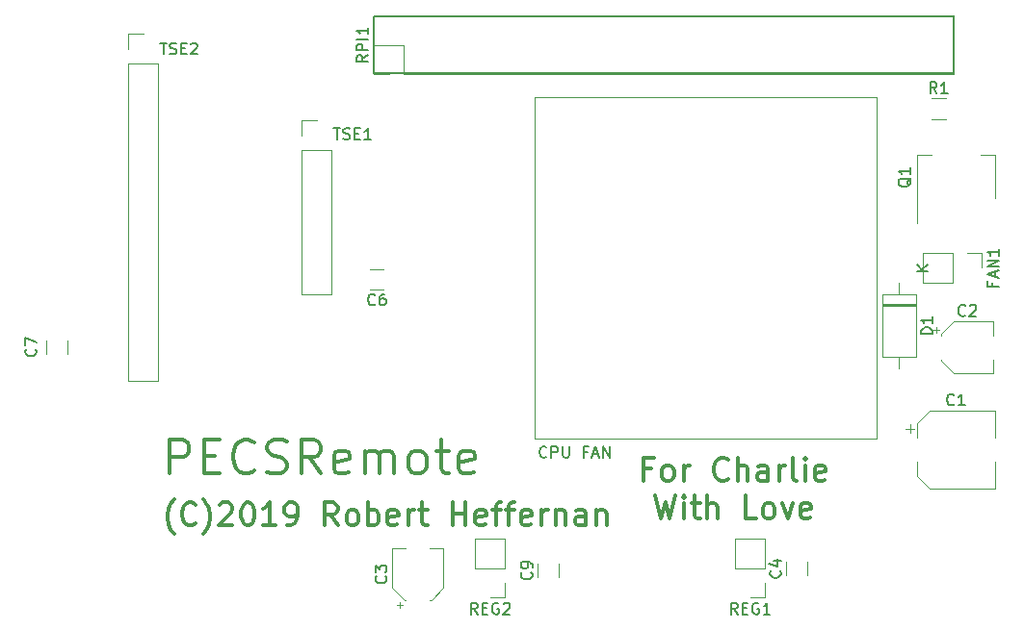
<source format=gto>
G04 #@! TF.GenerationSoftware,KiCad,Pcbnew,(5.1.2)-2*
G04 #@! TF.CreationDate,2019-09-19T18:24:33+10:00*
G04 #@! TF.ProjectId,PecsRemoteHat.lib,50656373-5265-46d6-9f74-654861742e6c,rev?*
G04 #@! TF.SameCoordinates,Original*
G04 #@! TF.FileFunction,Legend,Top*
G04 #@! TF.FilePolarity,Positive*
%FSLAX46Y46*%
G04 Gerber Fmt 4.6, Leading zero omitted, Abs format (unit mm)*
G04 Created by KiCad (PCBNEW (5.1.2)-2) date 2019-09-19 18:24:33*
%MOMM*%
%LPD*%
G04 APERTURE LIST*
%ADD10C,0.325000*%
%ADD11C,0.150000*%
%ADD12C,0.120000*%
%ADD13C,0.200000*%
G04 APERTURE END LIST*
D10*
X113214285Y-129694642D02*
X112547619Y-129694642D01*
X112547619Y-130742261D02*
X112547619Y-128742261D01*
X113500000Y-128742261D01*
X114547619Y-130742261D02*
X114357142Y-130647023D01*
X114261904Y-130551785D01*
X114166666Y-130361309D01*
X114166666Y-129789880D01*
X114261904Y-129599404D01*
X114357142Y-129504166D01*
X114547619Y-129408928D01*
X114833333Y-129408928D01*
X115023809Y-129504166D01*
X115119047Y-129599404D01*
X115214285Y-129789880D01*
X115214285Y-130361309D01*
X115119047Y-130551785D01*
X115023809Y-130647023D01*
X114833333Y-130742261D01*
X114547619Y-130742261D01*
X116071428Y-130742261D02*
X116071428Y-129408928D01*
X116071428Y-129789880D02*
X116166666Y-129599404D01*
X116261904Y-129504166D01*
X116452380Y-129408928D01*
X116642857Y-129408928D01*
X119976190Y-130551785D02*
X119880952Y-130647023D01*
X119595238Y-130742261D01*
X119404761Y-130742261D01*
X119119047Y-130647023D01*
X118928571Y-130456547D01*
X118833333Y-130266071D01*
X118738095Y-129885119D01*
X118738095Y-129599404D01*
X118833333Y-129218452D01*
X118928571Y-129027976D01*
X119119047Y-128837500D01*
X119404761Y-128742261D01*
X119595238Y-128742261D01*
X119880952Y-128837500D01*
X119976190Y-128932738D01*
X120833333Y-130742261D02*
X120833333Y-128742261D01*
X121690476Y-130742261D02*
X121690476Y-129694642D01*
X121595238Y-129504166D01*
X121404761Y-129408928D01*
X121119047Y-129408928D01*
X120928571Y-129504166D01*
X120833333Y-129599404D01*
X123500000Y-130742261D02*
X123500000Y-129694642D01*
X123404761Y-129504166D01*
X123214285Y-129408928D01*
X122833333Y-129408928D01*
X122642857Y-129504166D01*
X123500000Y-130647023D02*
X123309523Y-130742261D01*
X122833333Y-130742261D01*
X122642857Y-130647023D01*
X122547619Y-130456547D01*
X122547619Y-130266071D01*
X122642857Y-130075595D01*
X122833333Y-129980357D01*
X123309523Y-129980357D01*
X123500000Y-129885119D01*
X124452380Y-130742261D02*
X124452380Y-129408928D01*
X124452380Y-129789880D02*
X124547619Y-129599404D01*
X124642857Y-129504166D01*
X124833333Y-129408928D01*
X125023809Y-129408928D01*
X125976190Y-130742261D02*
X125785714Y-130647023D01*
X125690476Y-130456547D01*
X125690476Y-128742261D01*
X126738095Y-130742261D02*
X126738095Y-129408928D01*
X126738095Y-128742261D02*
X126642857Y-128837500D01*
X126738095Y-128932738D01*
X126833333Y-128837500D01*
X126738095Y-128742261D01*
X126738095Y-128932738D01*
X128452380Y-130647023D02*
X128261904Y-130742261D01*
X127880952Y-130742261D01*
X127690476Y-130647023D01*
X127595238Y-130456547D01*
X127595238Y-129694642D01*
X127690476Y-129504166D01*
X127880952Y-129408928D01*
X128261904Y-129408928D01*
X128452380Y-129504166D01*
X128547619Y-129694642D01*
X128547619Y-129885119D01*
X127595238Y-130075595D01*
X113595238Y-132067261D02*
X114071428Y-134067261D01*
X114452380Y-132638690D01*
X114833333Y-134067261D01*
X115309523Y-132067261D01*
X116071428Y-134067261D02*
X116071428Y-132733928D01*
X116071428Y-132067261D02*
X115976190Y-132162500D01*
X116071428Y-132257738D01*
X116166666Y-132162500D01*
X116071428Y-132067261D01*
X116071428Y-132257738D01*
X116738095Y-132733928D02*
X117500000Y-132733928D01*
X117023809Y-132067261D02*
X117023809Y-133781547D01*
X117119047Y-133972023D01*
X117309523Y-134067261D01*
X117500000Y-134067261D01*
X118166666Y-134067261D02*
X118166666Y-132067261D01*
X119023809Y-134067261D02*
X119023809Y-133019642D01*
X118928571Y-132829166D01*
X118738095Y-132733928D01*
X118452380Y-132733928D01*
X118261904Y-132829166D01*
X118166666Y-132924404D01*
X122452380Y-134067261D02*
X121500000Y-134067261D01*
X121500000Y-132067261D01*
X123404761Y-134067261D02*
X123214285Y-133972023D01*
X123119047Y-133876785D01*
X123023809Y-133686309D01*
X123023809Y-133114880D01*
X123119047Y-132924404D01*
X123214285Y-132829166D01*
X123404761Y-132733928D01*
X123690476Y-132733928D01*
X123880952Y-132829166D01*
X123976190Y-132924404D01*
X124071428Y-133114880D01*
X124071428Y-133686309D01*
X123976190Y-133876785D01*
X123880952Y-133972023D01*
X123690476Y-134067261D01*
X123404761Y-134067261D01*
X124738095Y-132733928D02*
X125214285Y-134067261D01*
X125690476Y-132733928D01*
X127214285Y-133972023D02*
X127023809Y-134067261D01*
X126642857Y-134067261D01*
X126452380Y-133972023D01*
X126357142Y-133781547D01*
X126357142Y-133019642D01*
X126452380Y-132829166D01*
X126642857Y-132733928D01*
X127023809Y-132733928D01*
X127214285Y-132829166D01*
X127309523Y-133019642D01*
X127309523Y-133210119D01*
X126357142Y-133400595D01*
X71285714Y-135416666D02*
X71190476Y-135321428D01*
X71000000Y-135035714D01*
X70904761Y-134845238D01*
X70809523Y-134559523D01*
X70714285Y-134083333D01*
X70714285Y-133702380D01*
X70809523Y-133226190D01*
X70904761Y-132940476D01*
X71000000Y-132750000D01*
X71190476Y-132464285D01*
X71285714Y-132369047D01*
X73190476Y-134464285D02*
X73095238Y-134559523D01*
X72809523Y-134654761D01*
X72619047Y-134654761D01*
X72333333Y-134559523D01*
X72142857Y-134369047D01*
X72047619Y-134178571D01*
X71952380Y-133797619D01*
X71952380Y-133511904D01*
X72047619Y-133130952D01*
X72142857Y-132940476D01*
X72333333Y-132750000D01*
X72619047Y-132654761D01*
X72809523Y-132654761D01*
X73095238Y-132750000D01*
X73190476Y-132845238D01*
X73857142Y-135416666D02*
X73952380Y-135321428D01*
X74142857Y-135035714D01*
X74238095Y-134845238D01*
X74333333Y-134559523D01*
X74428571Y-134083333D01*
X74428571Y-133702380D01*
X74333333Y-133226190D01*
X74238095Y-132940476D01*
X74142857Y-132750000D01*
X73952380Y-132464285D01*
X73857142Y-132369047D01*
X75285714Y-132845238D02*
X75380952Y-132750000D01*
X75571428Y-132654761D01*
X76047619Y-132654761D01*
X76238095Y-132750000D01*
X76333333Y-132845238D01*
X76428571Y-133035714D01*
X76428571Y-133226190D01*
X76333333Y-133511904D01*
X75190476Y-134654761D01*
X76428571Y-134654761D01*
X77666666Y-132654761D02*
X77857142Y-132654761D01*
X78047619Y-132750000D01*
X78142857Y-132845238D01*
X78238095Y-133035714D01*
X78333333Y-133416666D01*
X78333333Y-133892857D01*
X78238095Y-134273809D01*
X78142857Y-134464285D01*
X78047619Y-134559523D01*
X77857142Y-134654761D01*
X77666666Y-134654761D01*
X77476190Y-134559523D01*
X77380952Y-134464285D01*
X77285714Y-134273809D01*
X77190476Y-133892857D01*
X77190476Y-133416666D01*
X77285714Y-133035714D01*
X77380952Y-132845238D01*
X77476190Y-132750000D01*
X77666666Y-132654761D01*
X80238095Y-134654761D02*
X79095238Y-134654761D01*
X79666666Y-134654761D02*
X79666666Y-132654761D01*
X79476190Y-132940476D01*
X79285714Y-133130952D01*
X79095238Y-133226190D01*
X81190476Y-134654761D02*
X81571428Y-134654761D01*
X81761904Y-134559523D01*
X81857142Y-134464285D01*
X82047619Y-134178571D01*
X82142857Y-133797619D01*
X82142857Y-133035714D01*
X82047619Y-132845238D01*
X81952380Y-132750000D01*
X81761904Y-132654761D01*
X81380952Y-132654761D01*
X81190476Y-132750000D01*
X81095238Y-132845238D01*
X81000000Y-133035714D01*
X81000000Y-133511904D01*
X81095238Y-133702380D01*
X81190476Y-133797619D01*
X81380952Y-133892857D01*
X81761904Y-133892857D01*
X81952380Y-133797619D01*
X82047619Y-133702380D01*
X82142857Y-133511904D01*
X85666666Y-134654761D02*
X85000000Y-133702380D01*
X84523809Y-134654761D02*
X84523809Y-132654761D01*
X85285714Y-132654761D01*
X85476190Y-132750000D01*
X85571428Y-132845238D01*
X85666666Y-133035714D01*
X85666666Y-133321428D01*
X85571428Y-133511904D01*
X85476190Y-133607142D01*
X85285714Y-133702380D01*
X84523809Y-133702380D01*
X86809523Y-134654761D02*
X86619047Y-134559523D01*
X86523809Y-134464285D01*
X86428571Y-134273809D01*
X86428571Y-133702380D01*
X86523809Y-133511904D01*
X86619047Y-133416666D01*
X86809523Y-133321428D01*
X87095238Y-133321428D01*
X87285714Y-133416666D01*
X87380952Y-133511904D01*
X87476190Y-133702380D01*
X87476190Y-134273809D01*
X87380952Y-134464285D01*
X87285714Y-134559523D01*
X87095238Y-134654761D01*
X86809523Y-134654761D01*
X88333333Y-134654761D02*
X88333333Y-132654761D01*
X88333333Y-133416666D02*
X88523809Y-133321428D01*
X88904761Y-133321428D01*
X89095238Y-133416666D01*
X89190476Y-133511904D01*
X89285714Y-133702380D01*
X89285714Y-134273809D01*
X89190476Y-134464285D01*
X89095238Y-134559523D01*
X88904761Y-134654761D01*
X88523809Y-134654761D01*
X88333333Y-134559523D01*
X90904761Y-134559523D02*
X90714285Y-134654761D01*
X90333333Y-134654761D01*
X90142857Y-134559523D01*
X90047619Y-134369047D01*
X90047619Y-133607142D01*
X90142857Y-133416666D01*
X90333333Y-133321428D01*
X90714285Y-133321428D01*
X90904761Y-133416666D01*
X91000000Y-133607142D01*
X91000000Y-133797619D01*
X90047619Y-133988095D01*
X91857142Y-134654761D02*
X91857142Y-133321428D01*
X91857142Y-133702380D02*
X91952380Y-133511904D01*
X92047619Y-133416666D01*
X92238095Y-133321428D01*
X92428571Y-133321428D01*
X92809523Y-133321428D02*
X93571428Y-133321428D01*
X93095238Y-132654761D02*
X93095238Y-134369047D01*
X93190476Y-134559523D01*
X93380952Y-134654761D01*
X93571428Y-134654761D01*
X95761904Y-134654761D02*
X95761904Y-132654761D01*
X95761904Y-133607142D02*
X96904761Y-133607142D01*
X96904761Y-134654761D02*
X96904761Y-132654761D01*
X98619047Y-134559523D02*
X98428571Y-134654761D01*
X98047619Y-134654761D01*
X97857142Y-134559523D01*
X97761904Y-134369047D01*
X97761904Y-133607142D01*
X97857142Y-133416666D01*
X98047619Y-133321428D01*
X98428571Y-133321428D01*
X98619047Y-133416666D01*
X98714285Y-133607142D01*
X98714285Y-133797619D01*
X97761904Y-133988095D01*
X99285714Y-133321428D02*
X100047619Y-133321428D01*
X99571428Y-134654761D02*
X99571428Y-132940476D01*
X99666666Y-132750000D01*
X99857142Y-132654761D01*
X100047619Y-132654761D01*
X100428571Y-133321428D02*
X101190476Y-133321428D01*
X100714285Y-134654761D02*
X100714285Y-132940476D01*
X100809523Y-132750000D01*
X101000000Y-132654761D01*
X101190476Y-132654761D01*
X102619047Y-134559523D02*
X102428571Y-134654761D01*
X102047619Y-134654761D01*
X101857142Y-134559523D01*
X101761904Y-134369047D01*
X101761904Y-133607142D01*
X101857142Y-133416666D01*
X102047619Y-133321428D01*
X102428571Y-133321428D01*
X102619047Y-133416666D01*
X102714285Y-133607142D01*
X102714285Y-133797619D01*
X101761904Y-133988095D01*
X103571428Y-134654761D02*
X103571428Y-133321428D01*
X103571428Y-133702380D02*
X103666666Y-133511904D01*
X103761904Y-133416666D01*
X103952380Y-133321428D01*
X104142857Y-133321428D01*
X104809523Y-133321428D02*
X104809523Y-134654761D01*
X104809523Y-133511904D02*
X104904761Y-133416666D01*
X105095238Y-133321428D01*
X105380952Y-133321428D01*
X105571428Y-133416666D01*
X105666666Y-133607142D01*
X105666666Y-134654761D01*
X107476190Y-134654761D02*
X107476190Y-133607142D01*
X107380952Y-133416666D01*
X107190476Y-133321428D01*
X106809523Y-133321428D01*
X106619047Y-133416666D01*
X107476190Y-134559523D02*
X107285714Y-134654761D01*
X106809523Y-134654761D01*
X106619047Y-134559523D01*
X106523809Y-134369047D01*
X106523809Y-134178571D01*
X106619047Y-133988095D01*
X106809523Y-133892857D01*
X107285714Y-133892857D01*
X107476190Y-133797619D01*
X108428571Y-133321428D02*
X108428571Y-134654761D01*
X108428571Y-133511904D02*
X108523809Y-133416666D01*
X108714285Y-133321428D01*
X108999999Y-133321428D01*
X109190476Y-133416666D01*
X109285714Y-133607142D01*
X109285714Y-134654761D01*
X70892857Y-130107142D02*
X70892857Y-127107142D01*
X72035714Y-127107142D01*
X72321428Y-127250000D01*
X72464285Y-127392857D01*
X72607142Y-127678571D01*
X72607142Y-128107142D01*
X72464285Y-128392857D01*
X72321428Y-128535714D01*
X72035714Y-128678571D01*
X70892857Y-128678571D01*
X73892857Y-128535714D02*
X74892857Y-128535714D01*
X75321428Y-130107142D02*
X73892857Y-130107142D01*
X73892857Y-127107142D01*
X75321428Y-127107142D01*
X78321428Y-129821428D02*
X78178571Y-129964285D01*
X77750000Y-130107142D01*
X77464285Y-130107142D01*
X77035714Y-129964285D01*
X76750000Y-129678571D01*
X76607142Y-129392857D01*
X76464285Y-128821428D01*
X76464285Y-128392857D01*
X76607142Y-127821428D01*
X76750000Y-127535714D01*
X77035714Y-127250000D01*
X77464285Y-127107142D01*
X77750000Y-127107142D01*
X78178571Y-127250000D01*
X78321428Y-127392857D01*
X79464285Y-129964285D02*
X79892857Y-130107142D01*
X80607142Y-130107142D01*
X80892857Y-129964285D01*
X81035714Y-129821428D01*
X81178571Y-129535714D01*
X81178571Y-129250000D01*
X81035714Y-128964285D01*
X80892857Y-128821428D01*
X80607142Y-128678571D01*
X80035714Y-128535714D01*
X79750000Y-128392857D01*
X79607142Y-128250000D01*
X79464285Y-127964285D01*
X79464285Y-127678571D01*
X79607142Y-127392857D01*
X79750000Y-127250000D01*
X80035714Y-127107142D01*
X80750000Y-127107142D01*
X81178571Y-127250000D01*
X84178571Y-130107142D02*
X83178571Y-128678571D01*
X82464285Y-130107142D02*
X82464285Y-127107142D01*
X83607142Y-127107142D01*
X83892857Y-127250000D01*
X84035714Y-127392857D01*
X84178571Y-127678571D01*
X84178571Y-128107142D01*
X84035714Y-128392857D01*
X83892857Y-128535714D01*
X83607142Y-128678571D01*
X82464285Y-128678571D01*
X86607142Y-129964285D02*
X86321428Y-130107142D01*
X85750000Y-130107142D01*
X85464285Y-129964285D01*
X85321428Y-129678571D01*
X85321428Y-128535714D01*
X85464285Y-128250000D01*
X85750000Y-128107142D01*
X86321428Y-128107142D01*
X86607142Y-128250000D01*
X86750000Y-128535714D01*
X86750000Y-128821428D01*
X85321428Y-129107142D01*
X88035714Y-130107142D02*
X88035714Y-128107142D01*
X88035714Y-128392857D02*
X88178571Y-128250000D01*
X88464285Y-128107142D01*
X88892857Y-128107142D01*
X89178571Y-128250000D01*
X89321428Y-128535714D01*
X89321428Y-130107142D01*
X89321428Y-128535714D02*
X89464285Y-128250000D01*
X89750000Y-128107142D01*
X90178571Y-128107142D01*
X90464285Y-128250000D01*
X90607142Y-128535714D01*
X90607142Y-130107142D01*
X92464285Y-130107142D02*
X92178571Y-129964285D01*
X92035714Y-129821428D01*
X91892857Y-129535714D01*
X91892857Y-128678571D01*
X92035714Y-128392857D01*
X92178571Y-128250000D01*
X92464285Y-128107142D01*
X92892857Y-128107142D01*
X93178571Y-128250000D01*
X93321428Y-128392857D01*
X93464285Y-128678571D01*
X93464285Y-129535714D01*
X93321428Y-129821428D01*
X93178571Y-129964285D01*
X92892857Y-130107142D01*
X92464285Y-130107142D01*
X94321428Y-128107142D02*
X95464285Y-128107142D01*
X94750000Y-127107142D02*
X94750000Y-129678571D01*
X94892857Y-129964285D01*
X95178571Y-130107142D01*
X95464285Y-130107142D01*
X97607142Y-129964285D02*
X97321428Y-130107142D01*
X96750000Y-130107142D01*
X96464285Y-129964285D01*
X96321428Y-129678571D01*
X96321428Y-128535714D01*
X96464285Y-128250000D01*
X96750000Y-128107142D01*
X97321428Y-128107142D01*
X97607142Y-128250000D01*
X97750000Y-128535714D01*
X97750000Y-128821428D01*
X96321428Y-129107142D01*
D11*
X104023809Y-128607142D02*
X103976190Y-128654761D01*
X103833333Y-128702380D01*
X103738095Y-128702380D01*
X103595238Y-128654761D01*
X103500000Y-128559523D01*
X103452380Y-128464285D01*
X103404761Y-128273809D01*
X103404761Y-128130952D01*
X103452380Y-127940476D01*
X103500000Y-127845238D01*
X103595238Y-127750000D01*
X103738095Y-127702380D01*
X103833333Y-127702380D01*
X103976190Y-127750000D01*
X104023809Y-127797619D01*
X104452380Y-128702380D02*
X104452380Y-127702380D01*
X104833333Y-127702380D01*
X104928571Y-127750000D01*
X104976190Y-127797619D01*
X105023809Y-127892857D01*
X105023809Y-128035714D01*
X104976190Y-128130952D01*
X104928571Y-128178571D01*
X104833333Y-128226190D01*
X104452380Y-128226190D01*
X105452380Y-127702380D02*
X105452380Y-128511904D01*
X105500000Y-128607142D01*
X105547619Y-128654761D01*
X105642857Y-128702380D01*
X105833333Y-128702380D01*
X105928571Y-128654761D01*
X105976190Y-128607142D01*
X106023809Y-128511904D01*
X106023809Y-127702380D01*
X107595238Y-128178571D02*
X107261904Y-128178571D01*
X107261904Y-128702380D02*
X107261904Y-127702380D01*
X107738095Y-127702380D01*
X108071428Y-128416666D02*
X108547619Y-128416666D01*
X107976190Y-128702380D02*
X108309523Y-127702380D01*
X108642857Y-128702380D01*
X108976190Y-128702380D02*
X108976190Y-127702380D01*
X109547619Y-128702380D01*
X109547619Y-127702380D01*
D12*
X103000000Y-127000000D02*
X103000000Y-97000000D01*
X133000000Y-127000000D02*
X103000000Y-127000000D01*
X133000000Y-97000000D02*
X133000000Y-127000000D01*
X103000000Y-97000000D02*
X133000000Y-97000000D01*
D13*
X139800000Y-94840000D02*
X88800000Y-94840000D01*
X139800000Y-89840000D02*
X139800000Y-94840000D01*
X88800000Y-89840000D02*
X139800000Y-89840000D01*
X88800000Y-94840000D02*
X88800000Y-89840000D01*
D12*
X67250000Y-91380000D02*
X68580000Y-91380000D01*
X67250000Y-92710000D02*
X67250000Y-91380000D01*
X67250000Y-93980000D02*
X69910000Y-93980000D01*
X69910000Y-93980000D02*
X69910000Y-121980000D01*
X67250000Y-93980000D02*
X67250000Y-121980000D01*
X67250000Y-121980000D02*
X69910000Y-121980000D01*
X82490000Y-99000000D02*
X83820000Y-99000000D01*
X82490000Y-100330000D02*
X82490000Y-99000000D01*
X82490000Y-101600000D02*
X85150000Y-101600000D01*
X85150000Y-101600000D02*
X85150000Y-114360000D01*
X82490000Y-101600000D02*
X82490000Y-114360000D01*
X82490000Y-114360000D02*
X85150000Y-114360000D01*
X88870000Y-94980000D02*
X88870000Y-93650000D01*
X90200000Y-94980000D02*
X88870000Y-94980000D01*
X88870000Y-92380000D02*
X88870000Y-89780000D01*
X91470000Y-92380000D02*
X88870000Y-92380000D01*
X91470000Y-94980000D02*
X91470000Y-92380000D01*
X88870000Y-89780000D02*
X139790000Y-89780000D01*
X91470000Y-94980000D02*
X139790000Y-94980000D01*
X139790000Y-94980000D02*
X139790000Y-89780000D01*
X100390000Y-141030000D02*
X99060000Y-141030000D01*
X100390000Y-139700000D02*
X100390000Y-141030000D01*
X100390000Y-138430000D02*
X97730000Y-138430000D01*
X97730000Y-138430000D02*
X97730000Y-135830000D01*
X100390000Y-138430000D02*
X100390000Y-135830000D01*
X100390000Y-135830000D02*
X97730000Y-135830000D01*
X123250000Y-141030000D02*
X121920000Y-141030000D01*
X123250000Y-139700000D02*
X123250000Y-141030000D01*
X123250000Y-138430000D02*
X120590000Y-138430000D01*
X120590000Y-138430000D02*
X120590000Y-135830000D01*
X123250000Y-138430000D02*
X123250000Y-135830000D01*
X123250000Y-135830000D02*
X120590000Y-135830000D01*
X137885436Y-98910000D02*
X139089564Y-98910000D01*
X137885436Y-97090000D02*
X139089564Y-97090000D01*
X136590000Y-108100000D02*
X136590000Y-102090000D01*
X143410000Y-105850000D02*
X143410000Y-102090000D01*
X136590000Y-102090000D02*
X137850000Y-102090000D01*
X143410000Y-102090000D02*
X142150000Y-102090000D01*
X142300000Y-110670000D02*
X142300000Y-112000000D01*
X140970000Y-110670000D02*
X142300000Y-110670000D01*
X139700000Y-110670000D02*
X139700000Y-113330000D01*
X139700000Y-113330000D02*
X137100000Y-113330000D01*
X139700000Y-110670000D02*
X137100000Y-110670000D01*
X137100000Y-110670000D02*
X137100000Y-113330000D01*
X136470000Y-115140000D02*
X133530000Y-115140000D01*
X136470000Y-115380000D02*
X133530000Y-115380000D01*
X136470000Y-115260000D02*
X133530000Y-115260000D01*
X135000000Y-120820000D02*
X135000000Y-119800000D01*
X135000000Y-113340000D02*
X135000000Y-114360000D01*
X136470000Y-119800000D02*
X136470000Y-114360000D01*
X133530000Y-119800000D02*
X136470000Y-119800000D01*
X133530000Y-114360000D02*
X133530000Y-119800000D01*
X136470000Y-114360000D02*
X133530000Y-114360000D01*
X105050000Y-139249564D02*
X105050000Y-138045436D01*
X103230000Y-139249564D02*
X103230000Y-138045436D01*
X60090000Y-118397936D02*
X60090000Y-119602064D01*
X61910000Y-118397936D02*
X61910000Y-119602064D01*
X89719564Y-112120000D02*
X88515436Y-112120000D01*
X89719564Y-113940000D02*
X88515436Y-113940000D01*
X126910000Y-139089564D02*
X126910000Y-137885436D01*
X125090000Y-139089564D02*
X125090000Y-137885436D01*
X90900000Y-141710000D02*
X91400000Y-141710000D01*
X91150000Y-141960000D02*
X91150000Y-141460000D01*
X93905563Y-141220000D02*
X94970000Y-140155563D01*
X91514437Y-141220000D02*
X90450000Y-140155563D01*
X91514437Y-141220000D02*
X91650000Y-141220000D01*
X93905563Y-141220000D02*
X93770000Y-141220000D01*
X94970000Y-140155563D02*
X94970000Y-136700000D01*
X90450000Y-140155563D02*
X90450000Y-136700000D01*
X90450000Y-136700000D02*
X91650000Y-136700000D01*
X94970000Y-136700000D02*
X93770000Y-136700000D01*
X138250000Y-117190000D02*
X138250000Y-117690000D01*
X138000000Y-117440000D02*
X138500000Y-117440000D01*
X138740000Y-120195563D02*
X139804437Y-121260000D01*
X138740000Y-117804437D02*
X139804437Y-116740000D01*
X138740000Y-117804437D02*
X138740000Y-117940000D01*
X138740000Y-120195563D02*
X138740000Y-120060000D01*
X139804437Y-121260000D02*
X143260000Y-121260000D01*
X139804437Y-116740000D02*
X143260000Y-116740000D01*
X143260000Y-116740000D02*
X143260000Y-117940000D01*
X143260000Y-121260000D02*
X143260000Y-120060000D01*
X135956250Y-125758750D02*
X135956250Y-126546250D01*
X135562500Y-126152500D02*
X136350000Y-126152500D01*
X136590000Y-130345563D02*
X137654437Y-131410000D01*
X136590000Y-125654437D02*
X137654437Y-124590000D01*
X136590000Y-125654437D02*
X136590000Y-126940000D01*
X136590000Y-130345563D02*
X136590000Y-129060000D01*
X137654437Y-131410000D02*
X143410000Y-131410000D01*
X137654437Y-124590000D02*
X143410000Y-124590000D01*
X143410000Y-124590000D02*
X143410000Y-126940000D01*
X143410000Y-131410000D02*
X143410000Y-129060000D01*
D11*
X70059523Y-92202380D02*
X70630952Y-92202380D01*
X70345238Y-93202380D02*
X70345238Y-92202380D01*
X70916666Y-93154761D02*
X71059523Y-93202380D01*
X71297619Y-93202380D01*
X71392857Y-93154761D01*
X71440476Y-93107142D01*
X71488095Y-93011904D01*
X71488095Y-92916666D01*
X71440476Y-92821428D01*
X71392857Y-92773809D01*
X71297619Y-92726190D01*
X71107142Y-92678571D01*
X71011904Y-92630952D01*
X70964285Y-92583333D01*
X70916666Y-92488095D01*
X70916666Y-92392857D01*
X70964285Y-92297619D01*
X71011904Y-92250000D01*
X71107142Y-92202380D01*
X71345238Y-92202380D01*
X71488095Y-92250000D01*
X71916666Y-92678571D02*
X72250000Y-92678571D01*
X72392857Y-93202380D02*
X71916666Y-93202380D01*
X71916666Y-92202380D01*
X72392857Y-92202380D01*
X72773809Y-92297619D02*
X72821428Y-92250000D01*
X72916666Y-92202380D01*
X73154761Y-92202380D01*
X73250000Y-92250000D01*
X73297619Y-92297619D01*
X73345238Y-92392857D01*
X73345238Y-92488095D01*
X73297619Y-92630952D01*
X72726190Y-93202380D01*
X73345238Y-93202380D01*
X85309523Y-99702380D02*
X85880952Y-99702380D01*
X85595238Y-100702380D02*
X85595238Y-99702380D01*
X86166666Y-100654761D02*
X86309523Y-100702380D01*
X86547619Y-100702380D01*
X86642857Y-100654761D01*
X86690476Y-100607142D01*
X86738095Y-100511904D01*
X86738095Y-100416666D01*
X86690476Y-100321428D01*
X86642857Y-100273809D01*
X86547619Y-100226190D01*
X86357142Y-100178571D01*
X86261904Y-100130952D01*
X86214285Y-100083333D01*
X86166666Y-99988095D01*
X86166666Y-99892857D01*
X86214285Y-99797619D01*
X86261904Y-99750000D01*
X86357142Y-99702380D01*
X86595238Y-99702380D01*
X86738095Y-99750000D01*
X87166666Y-100178571D02*
X87500000Y-100178571D01*
X87642857Y-100702380D02*
X87166666Y-100702380D01*
X87166666Y-99702380D01*
X87642857Y-99702380D01*
X88595238Y-100702380D02*
X88023809Y-100702380D01*
X88309523Y-100702380D02*
X88309523Y-99702380D01*
X88214285Y-99845238D01*
X88119047Y-99940476D01*
X88023809Y-99988095D01*
X88322380Y-93284761D02*
X87846190Y-93618095D01*
X88322380Y-93856190D02*
X87322380Y-93856190D01*
X87322380Y-93475238D01*
X87370000Y-93380000D01*
X87417619Y-93332380D01*
X87512857Y-93284761D01*
X87655714Y-93284761D01*
X87750952Y-93332380D01*
X87798571Y-93380000D01*
X87846190Y-93475238D01*
X87846190Y-93856190D01*
X88322380Y-92856190D02*
X87322380Y-92856190D01*
X87322380Y-92475238D01*
X87370000Y-92380000D01*
X87417619Y-92332380D01*
X87512857Y-92284761D01*
X87655714Y-92284761D01*
X87750952Y-92332380D01*
X87798571Y-92380000D01*
X87846190Y-92475238D01*
X87846190Y-92856190D01*
X88322380Y-91856190D02*
X87322380Y-91856190D01*
X88322380Y-90856190D02*
X88322380Y-91427619D01*
X88322380Y-91141904D02*
X87322380Y-91141904D01*
X87465238Y-91237142D01*
X87560476Y-91332380D01*
X87608095Y-91427619D01*
X97940952Y-142482380D02*
X97607619Y-142006190D01*
X97369523Y-142482380D02*
X97369523Y-141482380D01*
X97750476Y-141482380D01*
X97845714Y-141530000D01*
X97893333Y-141577619D01*
X97940952Y-141672857D01*
X97940952Y-141815714D01*
X97893333Y-141910952D01*
X97845714Y-141958571D01*
X97750476Y-142006190D01*
X97369523Y-142006190D01*
X98369523Y-141958571D02*
X98702857Y-141958571D01*
X98845714Y-142482380D02*
X98369523Y-142482380D01*
X98369523Y-141482380D01*
X98845714Y-141482380D01*
X99798095Y-141530000D02*
X99702857Y-141482380D01*
X99560000Y-141482380D01*
X99417142Y-141530000D01*
X99321904Y-141625238D01*
X99274285Y-141720476D01*
X99226666Y-141910952D01*
X99226666Y-142053809D01*
X99274285Y-142244285D01*
X99321904Y-142339523D01*
X99417142Y-142434761D01*
X99560000Y-142482380D01*
X99655238Y-142482380D01*
X99798095Y-142434761D01*
X99845714Y-142387142D01*
X99845714Y-142053809D01*
X99655238Y-142053809D01*
X100226666Y-141577619D02*
X100274285Y-141530000D01*
X100369523Y-141482380D01*
X100607619Y-141482380D01*
X100702857Y-141530000D01*
X100750476Y-141577619D01*
X100798095Y-141672857D01*
X100798095Y-141768095D01*
X100750476Y-141910952D01*
X100179047Y-142482380D01*
X100798095Y-142482380D01*
X120800952Y-142482380D02*
X120467619Y-142006190D01*
X120229523Y-142482380D02*
X120229523Y-141482380D01*
X120610476Y-141482380D01*
X120705714Y-141530000D01*
X120753333Y-141577619D01*
X120800952Y-141672857D01*
X120800952Y-141815714D01*
X120753333Y-141910952D01*
X120705714Y-141958571D01*
X120610476Y-142006190D01*
X120229523Y-142006190D01*
X121229523Y-141958571D02*
X121562857Y-141958571D01*
X121705714Y-142482380D02*
X121229523Y-142482380D01*
X121229523Y-141482380D01*
X121705714Y-141482380D01*
X122658095Y-141530000D02*
X122562857Y-141482380D01*
X122420000Y-141482380D01*
X122277142Y-141530000D01*
X122181904Y-141625238D01*
X122134285Y-141720476D01*
X122086666Y-141910952D01*
X122086666Y-142053809D01*
X122134285Y-142244285D01*
X122181904Y-142339523D01*
X122277142Y-142434761D01*
X122420000Y-142482380D01*
X122515238Y-142482380D01*
X122658095Y-142434761D01*
X122705714Y-142387142D01*
X122705714Y-142053809D01*
X122515238Y-142053809D01*
X123658095Y-142482380D02*
X123086666Y-142482380D01*
X123372380Y-142482380D02*
X123372380Y-141482380D01*
X123277142Y-141625238D01*
X123181904Y-141720476D01*
X123086666Y-141768095D01*
X138320833Y-96632380D02*
X137987500Y-96156190D01*
X137749404Y-96632380D02*
X137749404Y-95632380D01*
X138130357Y-95632380D01*
X138225595Y-95680000D01*
X138273214Y-95727619D01*
X138320833Y-95822857D01*
X138320833Y-95965714D01*
X138273214Y-96060952D01*
X138225595Y-96108571D01*
X138130357Y-96156190D01*
X137749404Y-96156190D01*
X139273214Y-96632380D02*
X138701785Y-96632380D01*
X138987500Y-96632380D02*
X138987500Y-95632380D01*
X138892261Y-95775238D01*
X138797023Y-95870476D01*
X138701785Y-95918095D01*
X136047619Y-104095238D02*
X136000000Y-104190476D01*
X135904761Y-104285714D01*
X135761904Y-104428571D01*
X135714285Y-104523809D01*
X135714285Y-104619047D01*
X135952380Y-104571428D02*
X135904761Y-104666666D01*
X135809523Y-104761904D01*
X135619047Y-104809523D01*
X135285714Y-104809523D01*
X135095238Y-104761904D01*
X135000000Y-104666666D01*
X134952380Y-104571428D01*
X134952380Y-104380952D01*
X135000000Y-104285714D01*
X135095238Y-104190476D01*
X135285714Y-104142857D01*
X135619047Y-104142857D01*
X135809523Y-104190476D01*
X135904761Y-104285714D01*
X135952380Y-104380952D01*
X135952380Y-104571428D01*
X135952380Y-103190476D02*
X135952380Y-103761904D01*
X135952380Y-103476190D02*
X134952380Y-103476190D01*
X135095238Y-103571428D01*
X135190476Y-103666666D01*
X135238095Y-103761904D01*
X143228571Y-113285714D02*
X143228571Y-113619047D01*
X143752380Y-113619047D02*
X142752380Y-113619047D01*
X142752380Y-113142857D01*
X143466666Y-112809523D02*
X143466666Y-112333333D01*
X143752380Y-112904761D02*
X142752380Y-112571428D01*
X143752380Y-112238095D01*
X143752380Y-111904761D02*
X142752380Y-111904761D01*
X143752380Y-111333333D01*
X142752380Y-111333333D01*
X143752380Y-110333333D02*
X143752380Y-110904761D01*
X143752380Y-110619047D02*
X142752380Y-110619047D01*
X142895238Y-110714285D01*
X142990476Y-110809523D01*
X143038095Y-110904761D01*
X137922380Y-117818095D02*
X136922380Y-117818095D01*
X136922380Y-117580000D01*
X136970000Y-117437142D01*
X137065238Y-117341904D01*
X137160476Y-117294285D01*
X137350952Y-117246666D01*
X137493809Y-117246666D01*
X137684285Y-117294285D01*
X137779523Y-117341904D01*
X137874761Y-117437142D01*
X137922380Y-117580000D01*
X137922380Y-117818095D01*
X137922380Y-116294285D02*
X137922380Y-116865714D01*
X137922380Y-116580000D02*
X136922380Y-116580000D01*
X137065238Y-116675238D01*
X137160476Y-116770476D01*
X137208095Y-116865714D01*
X137552380Y-112261904D02*
X136552380Y-112261904D01*
X137552380Y-111690476D02*
X136980952Y-112119047D01*
X136552380Y-111690476D02*
X137123809Y-112261904D01*
X102677142Y-138814166D02*
X102724761Y-138861785D01*
X102772380Y-139004642D01*
X102772380Y-139099880D01*
X102724761Y-139242738D01*
X102629523Y-139337976D01*
X102534285Y-139385595D01*
X102343809Y-139433214D01*
X102200952Y-139433214D01*
X102010476Y-139385595D01*
X101915238Y-139337976D01*
X101820000Y-139242738D01*
X101772380Y-139099880D01*
X101772380Y-139004642D01*
X101820000Y-138861785D01*
X101867619Y-138814166D01*
X102772380Y-138337976D02*
X102772380Y-138147500D01*
X102724761Y-138052261D01*
X102677142Y-138004642D01*
X102534285Y-137909404D01*
X102343809Y-137861785D01*
X101962857Y-137861785D01*
X101867619Y-137909404D01*
X101820000Y-137957023D01*
X101772380Y-138052261D01*
X101772380Y-138242738D01*
X101820000Y-138337976D01*
X101867619Y-138385595D01*
X101962857Y-138433214D01*
X102200952Y-138433214D01*
X102296190Y-138385595D01*
X102343809Y-138337976D01*
X102391428Y-138242738D01*
X102391428Y-138052261D01*
X102343809Y-137957023D01*
X102296190Y-137909404D01*
X102200952Y-137861785D01*
X59107142Y-119166666D02*
X59154761Y-119214285D01*
X59202380Y-119357142D01*
X59202380Y-119452380D01*
X59154761Y-119595238D01*
X59059523Y-119690476D01*
X58964285Y-119738095D01*
X58773809Y-119785714D01*
X58630952Y-119785714D01*
X58440476Y-119738095D01*
X58345238Y-119690476D01*
X58250000Y-119595238D01*
X58202380Y-119452380D01*
X58202380Y-119357142D01*
X58250000Y-119214285D01*
X58297619Y-119166666D01*
X58202380Y-118833333D02*
X58202380Y-118166666D01*
X59202380Y-118595238D01*
X88950833Y-115207142D02*
X88903214Y-115254761D01*
X88760357Y-115302380D01*
X88665119Y-115302380D01*
X88522261Y-115254761D01*
X88427023Y-115159523D01*
X88379404Y-115064285D01*
X88331785Y-114873809D01*
X88331785Y-114730952D01*
X88379404Y-114540476D01*
X88427023Y-114445238D01*
X88522261Y-114350000D01*
X88665119Y-114302380D01*
X88760357Y-114302380D01*
X88903214Y-114350000D01*
X88950833Y-114397619D01*
X89807976Y-114302380D02*
X89617500Y-114302380D01*
X89522261Y-114350000D01*
X89474642Y-114397619D01*
X89379404Y-114540476D01*
X89331785Y-114730952D01*
X89331785Y-115111904D01*
X89379404Y-115207142D01*
X89427023Y-115254761D01*
X89522261Y-115302380D01*
X89712738Y-115302380D01*
X89807976Y-115254761D01*
X89855595Y-115207142D01*
X89903214Y-115111904D01*
X89903214Y-114873809D01*
X89855595Y-114778571D01*
X89807976Y-114730952D01*
X89712738Y-114683333D01*
X89522261Y-114683333D01*
X89427023Y-114730952D01*
X89379404Y-114778571D01*
X89331785Y-114873809D01*
X124537142Y-138654166D02*
X124584761Y-138701785D01*
X124632380Y-138844642D01*
X124632380Y-138939880D01*
X124584761Y-139082738D01*
X124489523Y-139177976D01*
X124394285Y-139225595D01*
X124203809Y-139273214D01*
X124060952Y-139273214D01*
X123870476Y-139225595D01*
X123775238Y-139177976D01*
X123680000Y-139082738D01*
X123632380Y-138939880D01*
X123632380Y-138844642D01*
X123680000Y-138701785D01*
X123727619Y-138654166D01*
X123965714Y-137797023D02*
X124632380Y-137797023D01*
X123584761Y-138035119D02*
X124299047Y-138273214D01*
X124299047Y-137654166D01*
X89867142Y-139126666D02*
X89914761Y-139174285D01*
X89962380Y-139317142D01*
X89962380Y-139412380D01*
X89914761Y-139555238D01*
X89819523Y-139650476D01*
X89724285Y-139698095D01*
X89533809Y-139745714D01*
X89390952Y-139745714D01*
X89200476Y-139698095D01*
X89105238Y-139650476D01*
X89010000Y-139555238D01*
X88962380Y-139412380D01*
X88962380Y-139317142D01*
X89010000Y-139174285D01*
X89057619Y-139126666D01*
X88962380Y-138793333D02*
X88962380Y-138174285D01*
X89343333Y-138507619D01*
X89343333Y-138364761D01*
X89390952Y-138269523D01*
X89438571Y-138221904D01*
X89533809Y-138174285D01*
X89771904Y-138174285D01*
X89867142Y-138221904D01*
X89914761Y-138269523D01*
X89962380Y-138364761D01*
X89962380Y-138650476D01*
X89914761Y-138745714D01*
X89867142Y-138793333D01*
X140833333Y-116157142D02*
X140785714Y-116204761D01*
X140642857Y-116252380D01*
X140547619Y-116252380D01*
X140404761Y-116204761D01*
X140309523Y-116109523D01*
X140261904Y-116014285D01*
X140214285Y-115823809D01*
X140214285Y-115680952D01*
X140261904Y-115490476D01*
X140309523Y-115395238D01*
X140404761Y-115300000D01*
X140547619Y-115252380D01*
X140642857Y-115252380D01*
X140785714Y-115300000D01*
X140833333Y-115347619D01*
X141214285Y-115347619D02*
X141261904Y-115300000D01*
X141357142Y-115252380D01*
X141595238Y-115252380D01*
X141690476Y-115300000D01*
X141738095Y-115347619D01*
X141785714Y-115442857D01*
X141785714Y-115538095D01*
X141738095Y-115680952D01*
X141166666Y-116252380D01*
X141785714Y-116252380D01*
X139833333Y-124007142D02*
X139785714Y-124054761D01*
X139642857Y-124102380D01*
X139547619Y-124102380D01*
X139404761Y-124054761D01*
X139309523Y-123959523D01*
X139261904Y-123864285D01*
X139214285Y-123673809D01*
X139214285Y-123530952D01*
X139261904Y-123340476D01*
X139309523Y-123245238D01*
X139404761Y-123150000D01*
X139547619Y-123102380D01*
X139642857Y-123102380D01*
X139785714Y-123150000D01*
X139833333Y-123197619D01*
X140785714Y-124102380D02*
X140214285Y-124102380D01*
X140500000Y-124102380D02*
X140500000Y-123102380D01*
X140404761Y-123245238D01*
X140309523Y-123340476D01*
X140214285Y-123388095D01*
M02*

</source>
